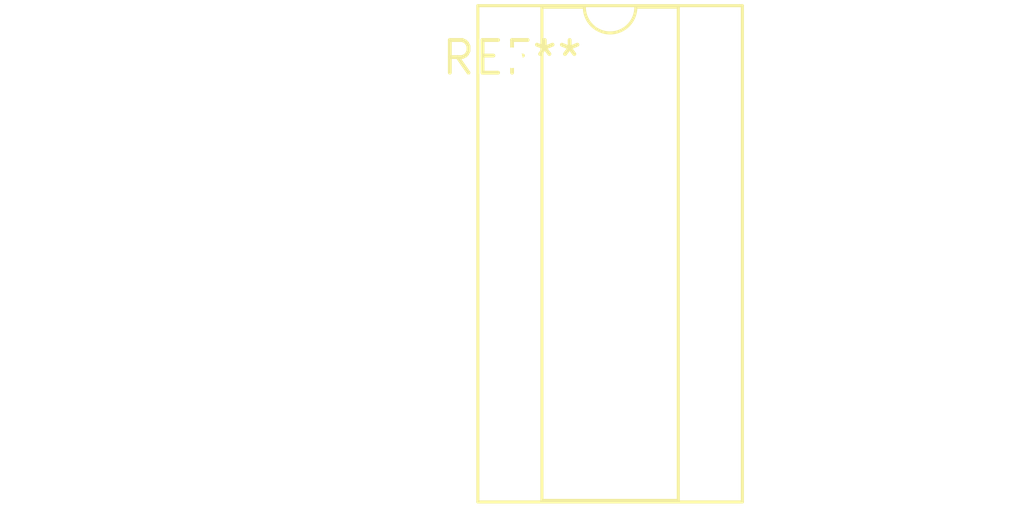
<source format=kicad_pcb>
(kicad_pcb (version 20240108) (generator pcbnew)
  (layers (0 "F.Cu" signal) (31 "B.Cu" signal) (34 "B.Paste" user) (35 "F.Paste" user) (36 "B.SilkS" user "B.Silkscreen") (37 "F.SilkS" user "F.Silkscreen") (38 "B.Mask" user) (39 "F.Mask" user) (44 "Edge.Cuts" user))
  (net 0 "")
  (footprint "CERDIP-14_W7.62mm_SideBrazed_Socket" (layer "F.Cu") (at 0 0)
    (property "Reference" "REF**")
    (property "Value" "CERDIP-14_W7.62mm_SideBrazed_Socket")
    (fp_line (start -1.33 -2.025) (end -1.33 17.265) (layer "F.SilkS") (stroke (width 0.12)))
    (fp_line (start -1.33 17.265) (end 8.95 17.265) (layer "F.SilkS") (stroke (width 0.12)))
    (fp_line (start 1.16 -1.965) (end 1.16 17.205) (layer "F.SilkS") (stroke (width 0.12)))
    (fp_line (start 1.16 17.205) (end 6.46 17.205) (layer "F.SilkS") (stroke (width 0.12)))
    (fp_line (start 2.81 -1.965) (end 1.16 -1.965) (layer "F.SilkS") (stroke (width 0.12)))
    (fp_line (start 6.46 -1.965) (end 4.81 -1.965) (layer "F.SilkS") (stroke (width 0.12)))
    (fp_line (start 6.46 17.205) (end 6.46 -1.965) (layer "F.SilkS") (stroke (width 0.12)))
    (fp_line (start 8.95 -2.025) (end -1.33 -2.025) (layer "F.SilkS") (stroke (width 0.12)))
    (fp_line (start 8.95 17.265) (end 8.95 -2.025) (layer "F.SilkS") (stroke (width 0.12)))
    (fp_arc (start 4.81 -1.965) (mid 3.81 -0.965) (end 2.81 -1.965) (layer "F.SilkS") (stroke (width 0.12)))
    (pad "1" thru_hole rect (at 0 0) (size 1.6 1.6) (drill 0.8) (layers *.Cu *.Mask) (remove_unused_layers))
    (pad "2" thru_hole circle (at 0 2.54) (size 1.6 1.6) (drill 0.8) (layers *.Cu *.Mask) (remove_unused_layers))
    (pad "3" thru_hole circle (at 0 5.08) (size 1.6 1.6) (drill 0.8) (layers *.Cu *.Mask) (remove_unused_layers))
    (pad "4" thru_hole circle (at 0 7.62) (size 1.6 1.6) (drill 0.8) (layers *.Cu *.Mask) (remove_unused_layers))
    (pad "5" thru_hole circle (at 0 10.16) (size 1.6 1.6) (drill 0.8) (layers *.Cu *.Mask) (remove_unused_layers))
    (pad "6" thru_hole circle (at 0 12.7) (size 1.6 1.6) (drill 0.8) (layers *.Cu *.Mask) (remove_unused_layers))
    (pad "7" thru_hole circle (at 0 15.24) (size 1.6 1.6) (drill 0.8) (layers *.Cu *.Mask) (remove_unused_layers))
    (pad "8" thru_hole circle (at 7.62 15.24) (size 1.6 1.6) (drill 0.8) (layers *.Cu *.Mask) (remove_unused_layers))
    (pad "9" thru_hole circle (at 7.62 12.7) (size 1.6 1.6) (drill 0.8) (layers *.Cu *.Mask) (remove_unused_layers))
    (pad "10" thru_hole circle (at 7.62 10.16) (size 1.6 1.6) (drill 0.8) (layers *.Cu *.Mask) (remove_unused_layers))
    (pad "11" thru_hole circle (at 7.62 7.62) (size 1.6 1.6) (drill 0.8) (layers *.Cu *.Mask) (remove_unused_layers))
    (pad "12" thru_hole circle (at 7.62 5.08) (size 1.6 1.6) (drill 0.8) (layers *.Cu *.Mask) (remove_unused_layers))
    (pad "13" thru_hole circle (at 7.62 2.54) (size 1.6 1.6) (drill 0.8) (layers *.Cu *.Mask) (remove_unused_layers))
    (pad "14" thru_hole circle (at 7.62 0) (size 1.6 1.6) (drill 0.8) (layers *.Cu *.Mask) (remove_unused_layers))
  )
)
</source>
